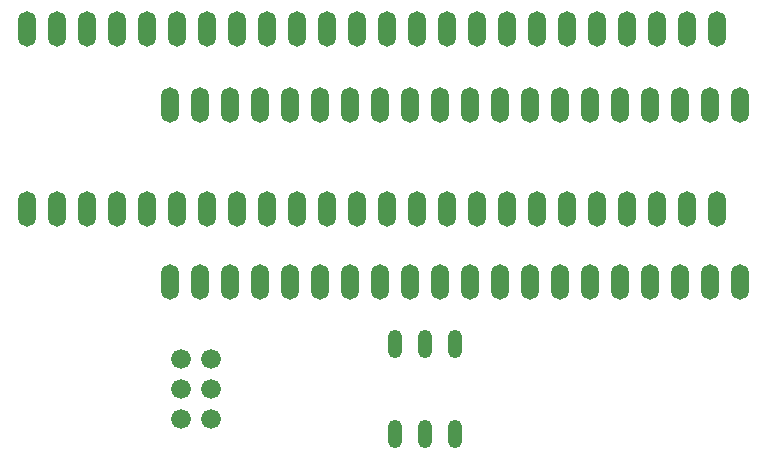
<source format=gbr>
G04 #@! TF.GenerationSoftware,KiCad,Pcbnew,(5.0.0)*
G04 #@! TF.CreationDate,2018-09-19T20:24:58-05:00*
G04 #@! TF.ProjectId,27C160_Adapter,3237433136305F416461707465722E6B,1.0*
G04 #@! TF.SameCoordinates,Original*
G04 #@! TF.FileFunction,Soldermask,Bot*
G04 #@! TF.FilePolarity,Negative*
%FSLAX46Y46*%
G04 Gerber Fmt 4.6, Leading zero omitted, Abs format (unit mm)*
G04 Created by KiCad (PCBNEW (5.0.0)) date 09/19/18 20:24:58*
%MOMM*%
%LPD*%
G01*
G04 APERTURE LIST*
%ADD10O,1.500000X3.000000*%
%ADD11O,1.219200X2.438400*%
%ADD12C,1.676400*%
G04 APERTURE END LIST*
D10*
G04 #@! TO.C,U1*
X130086000Y-109959000D03*
X132626000Y-109959000D03*
X135166000Y-109959000D03*
X137706000Y-109959000D03*
X140246000Y-109959000D03*
X142786000Y-109959000D03*
X145326000Y-109959000D03*
X147866000Y-109959000D03*
X150406000Y-109959000D03*
X152946000Y-109959000D03*
X155486000Y-109959000D03*
X158026000Y-109959000D03*
X160566000Y-109959000D03*
X163106000Y-109959000D03*
X165646000Y-109959000D03*
X168186000Y-109959000D03*
X170726000Y-109959000D03*
X173266000Y-109959000D03*
X175806000Y-109959000D03*
X178346000Y-109959000D03*
X178346000Y-94969000D03*
X175806000Y-94969000D03*
X173266000Y-94969000D03*
X170726000Y-94969000D03*
X168186000Y-94969000D03*
X165646000Y-94969000D03*
X163106000Y-94969000D03*
X160566000Y-94969000D03*
X158026000Y-94969000D03*
X155486000Y-94969000D03*
X152946000Y-94969000D03*
X150406000Y-94969000D03*
X147866000Y-94969000D03*
X145326000Y-94969000D03*
X142786000Y-94969000D03*
X140246000Y-94969000D03*
X137706000Y-94969000D03*
X135166000Y-94969000D03*
X132626000Y-94969000D03*
X130086000Y-94969000D03*
G04 #@! TD*
D11*
G04 #@! TO.C,SW2*
X149136000Y-122784000D03*
X151676000Y-122784000D03*
X154216000Y-122784000D03*
X154216000Y-115164000D03*
X149136000Y-115164000D03*
X151676000Y-115164000D03*
G04 #@! TD*
D12*
G04 #@! TO.C,SW1*
X131086000Y-118974000D03*
X133626000Y-118974000D03*
X131086000Y-121514000D03*
X131086000Y-116434000D03*
X133626000Y-121514000D03*
X133626000Y-116434000D03*
G04 #@! TD*
D10*
G04 #@! TO.C,ZX1*
X118021000Y-103733600D03*
X120561000Y-103733600D03*
X123101000Y-103733600D03*
X125641000Y-103733600D03*
X128181000Y-103733600D03*
X130721000Y-103733600D03*
X133261000Y-103733600D03*
X135801000Y-103733600D03*
X138341000Y-103733600D03*
X140881000Y-103733600D03*
X143421000Y-103733600D03*
X145961000Y-103733600D03*
X148501000Y-103733600D03*
X151041000Y-103733600D03*
X153581000Y-103733600D03*
X156121000Y-103733600D03*
X158661000Y-103733600D03*
X161201000Y-103733600D03*
X163741000Y-103733600D03*
X166281000Y-103733600D03*
X168821000Y-103733600D03*
X171361000Y-103733600D03*
X173901000Y-103733600D03*
X176441000Y-103733600D03*
X176441000Y-88493600D03*
X173901000Y-88493600D03*
X171361000Y-88493600D03*
X168821000Y-88493600D03*
X166281000Y-88493600D03*
X163741000Y-88493600D03*
X161201000Y-88493600D03*
X158661000Y-88493600D03*
X156121000Y-88493600D03*
X153581000Y-88493600D03*
X151041000Y-88493600D03*
X148501000Y-88493600D03*
X145961000Y-88493600D03*
X143421000Y-88493600D03*
X140881000Y-88493600D03*
X138341000Y-88493600D03*
X135801000Y-88493600D03*
X133261000Y-88493600D03*
X130721000Y-88493600D03*
X128181000Y-88493600D03*
X125641000Y-88493600D03*
X123101000Y-88493600D03*
X120561000Y-88493600D03*
X118021000Y-88493600D03*
G04 #@! TD*
M02*

</source>
